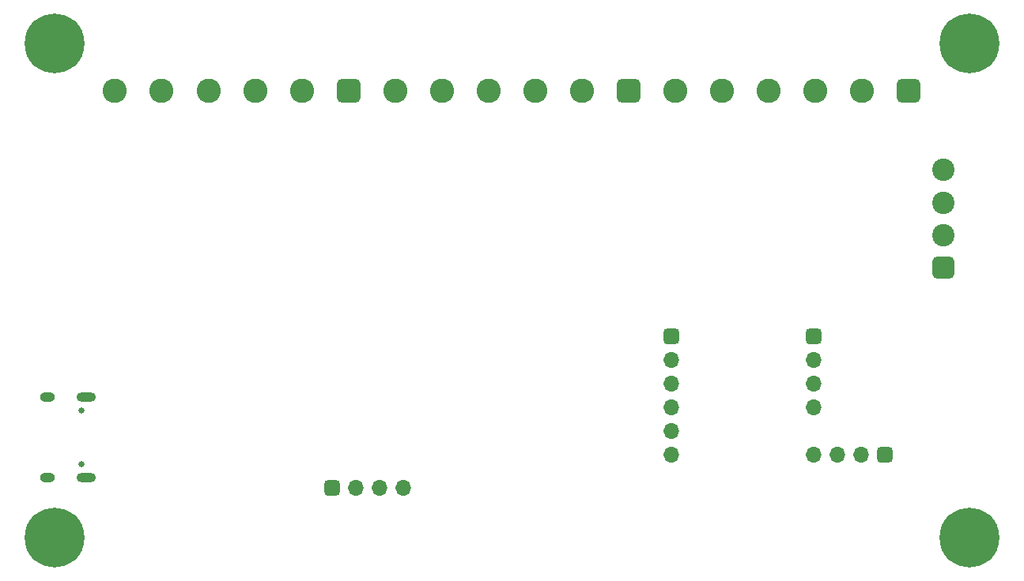
<source format=gbs>
%TF.GenerationSoftware,KiCad,Pcbnew,7.0.9*%
%TF.CreationDate,2023-12-10T19:03:56+01:00*%
%TF.ProjectId,ledctrl,6c656463-7472-46c2-9e6b-696361645f70,rev?*%
%TF.SameCoordinates,Original*%
%TF.FileFunction,Soldermask,Bot*%
%TF.FilePolarity,Negative*%
%FSLAX46Y46*%
G04 Gerber Fmt 4.6, Leading zero omitted, Abs format (unit mm)*
G04 Created by KiCad (PCBNEW 7.0.9) date 2023-12-10 19:03:56*
%MOMM*%
%LPD*%
G01*
G04 APERTURE LIST*
G04 Aperture macros list*
%AMRoundRect*
0 Rectangle with rounded corners*
0 $1 Rounding radius*
0 $2 $3 $4 $5 $6 $7 $8 $9 X,Y pos of 4 corners*
0 Add a 4 corners polygon primitive as box body*
4,1,4,$2,$3,$4,$5,$6,$7,$8,$9,$2,$3,0*
0 Add four circle primitives for the rounded corners*
1,1,$1+$1,$2,$3*
1,1,$1+$1,$4,$5*
1,1,$1+$1,$6,$7*
1,1,$1+$1,$8,$9*
0 Add four rect primitives between the rounded corners*
20,1,$1+$1,$2,$3,$4,$5,0*
20,1,$1+$1,$4,$5,$6,$7,0*
20,1,$1+$1,$6,$7,$8,$9,0*
20,1,$1+$1,$8,$9,$2,$3,0*%
G04 Aperture macros list end*
%ADD10RoundRect,0.600000X0.600000X-0.600000X0.600000X0.600000X-0.600000X0.600000X-0.600000X-0.600000X0*%
%ADD11C,2.400000*%
%ADD12C,0.650000*%
%ADD13O,2.100000X1.000000*%
%ADD14O,1.600000X1.000000*%
%ADD15RoundRect,0.425000X0.425000X-0.425000X0.425000X0.425000X-0.425000X0.425000X-0.425000X-0.425000X0*%
%ADD16O,1.700000X1.700000*%
%ADD17RoundRect,0.425000X-0.425000X0.425000X-0.425000X-0.425000X0.425000X-0.425000X0.425000X0.425000X0*%
%ADD18RoundRect,0.650000X0.650000X0.650000X-0.650000X0.650000X-0.650000X-0.650000X0.650000X-0.650000X0*%
%ADD19C,2.600000*%
%ADD20C,0.800000*%
%ADD21C,6.400000*%
%ADD22RoundRect,0.425000X-0.425000X-0.425000X0.425000X-0.425000X0.425000X0.425000X-0.425000X0.425000X0*%
G04 APERTURE END LIST*
D10*
%TO.C,J9*%
X88700000Y-19000000D03*
D11*
X88700000Y-15500000D03*
X88700000Y-12000000D03*
X88700000Y-8500000D03*
%TD*%
D12*
%TO.C,J4*%
X-3600000Y-34260000D03*
X-3600000Y-40040000D03*
D13*
X-3070000Y-32830000D03*
D14*
X-7250000Y-32830000D03*
D13*
X-3070000Y-41470000D03*
D14*
X-7250000Y-41470000D03*
%TD*%
D15*
%TO.C,J5*%
X23280000Y-42600000D03*
D16*
X25820000Y-42600000D03*
X28360000Y-42600000D03*
X30900000Y-42600000D03*
%TD*%
D17*
%TO.C,J7*%
X82420000Y-39000000D03*
D16*
X79880000Y-39000000D03*
X77340000Y-39000000D03*
X74800000Y-39000000D03*
%TD*%
D18*
%TO.C,J2*%
X55000000Y0D03*
D19*
X50000000Y0D03*
X45000000Y0D03*
X40000000Y0D03*
X35000000Y0D03*
X30000000Y0D03*
%TD*%
D20*
%TO.C,H2*%
X89100000Y5100000D03*
X89802944Y6797056D03*
X89802944Y3402944D03*
X91500000Y7500000D03*
D21*
X91500000Y5100000D03*
D20*
X91500000Y2700000D03*
X93197056Y6797056D03*
X93197056Y3402944D03*
X93900000Y5100000D03*
%TD*%
D18*
%TO.C,J3*%
X85000000Y0D03*
D19*
X80000000Y0D03*
X75000000Y0D03*
X70000000Y0D03*
X65000000Y0D03*
X60000000Y0D03*
%TD*%
D22*
%TO.C,J8*%
X59560000Y-26300000D03*
D16*
X59560000Y-28840000D03*
X59560000Y-31380000D03*
X59560000Y-33920000D03*
X59560000Y-36460000D03*
X59560000Y-39000000D03*
%TD*%
D22*
%TO.C,J6*%
X74800000Y-26300000D03*
D16*
X74800000Y-28840000D03*
X74800000Y-31380000D03*
X74800000Y-33920000D03*
%TD*%
D20*
%TO.C,H3*%
X-8900000Y-47900000D03*
X-8197056Y-46202944D03*
X-8197056Y-49597056D03*
X-6500000Y-45500000D03*
D21*
X-6500000Y-47900000D03*
D20*
X-6500000Y-50300000D03*
X-4802944Y-46202944D03*
X-4802944Y-49597056D03*
X-4100000Y-47900000D03*
%TD*%
%TO.C,H1*%
X-8900000Y5100000D03*
X-8197056Y6797056D03*
X-8197056Y3402944D03*
X-6500000Y7500000D03*
D21*
X-6500000Y5100000D03*
D20*
X-6500000Y2700000D03*
X-4802944Y6797056D03*
X-4802944Y3402944D03*
X-4100000Y5100000D03*
%TD*%
D18*
%TO.C,J1*%
X25000000Y0D03*
D19*
X20000000Y0D03*
X15000000Y0D03*
X10000000Y0D03*
X5000000Y0D03*
X0Y0D03*
%TD*%
D20*
%TO.C,H4*%
X89100000Y-47900000D03*
X89802944Y-46202944D03*
X89802944Y-49597056D03*
X91500000Y-45500000D03*
D21*
X91500000Y-47900000D03*
D20*
X91500000Y-50300000D03*
X93197056Y-46202944D03*
X93197056Y-49597056D03*
X93900000Y-47900000D03*
%TD*%
M02*

</source>
